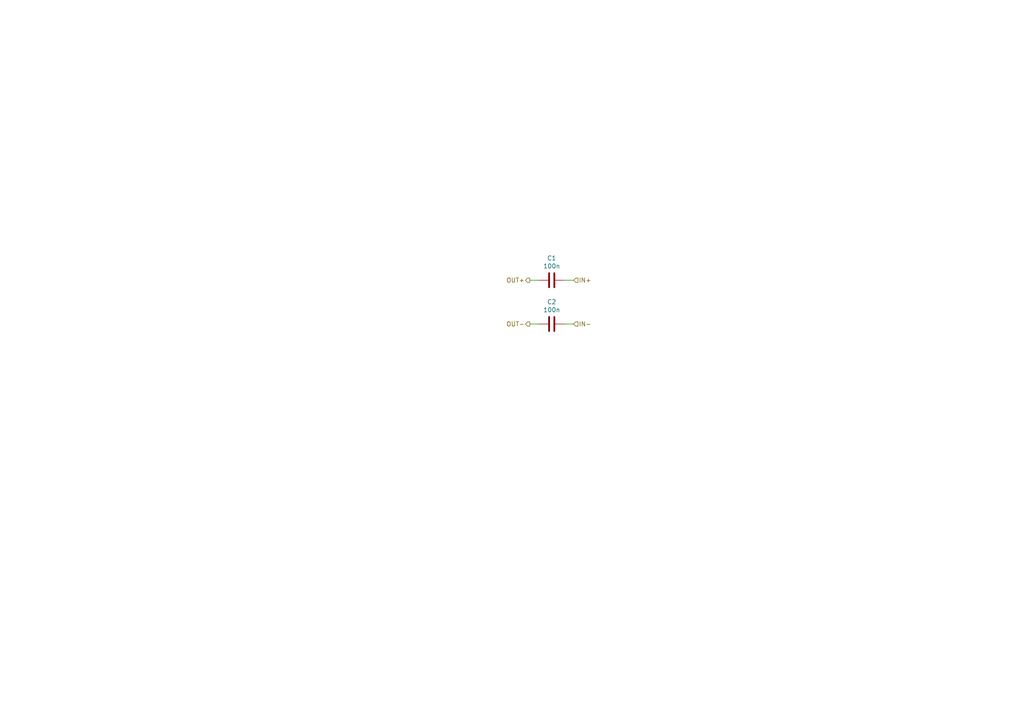
<source format=kicad_sch>
(kicad_sch (version 20250114) (generator "eeschema") (generator_version "9.0")
  (paper "A4")
  (title_block (title "PCIexpress_x4_low") (company "Author: Luca Anastasio"))
  (lib_symbols
    (symbol "Device:C" (pin_numbers (hide yes)) (pin_names (offset 0.254))
      (property "Reference" "C" (at 0.635 2.54 0))
      (property "Value" "C" (at 0.635 -2.54 0))
      (symbol "C_0_1"
        (polyline (pts (xy -2.032 0.762) (xy 2.032 0.762)) (stroke (width 0.508)))
        (polyline (pts (xy -2.032 -0.762) (xy 2.032 -0.762)) (stroke (width 0.508)))
      )
      (symbol "C_1_1"
        (pin passive line (at 0 3.81 270) (length 2.794) (name "~") (number "1"))
        (pin passive line (at 0 -3.81 90) (length 2.794) (name "~") (number "2"))
      )
    )
  )
  (wire (pts (xy 156.21 93.98) (xy 153.67 93.98)))
  (wire (pts (xy 156.21 81.28) (xy 153.67 81.28)))
  (wire (pts (xy 163.83 93.98) (xy 166.37 93.98)))
  (wire (pts (xy 163.83 81.28) (xy 166.37 81.28)))
  (hierarchical_label "IN-" (shape input) (at 166.37 93.98 0))
  (hierarchical_label "OUT-" (shape output) (at 153.67 93.98 180))
  (hierarchical_label "IN+" (shape input) (at 166.37 81.28 0))
  (hierarchical_label "OUT+" (shape output) (at 153.67 81.28 180))
  (symbol (lib_id "Device:C") (at 160.02 81.28 270) (unit 1)
    (property "Reference" "C1" (at 160.02 74.8792 90))
    (property "Value" "100n" (at 160.02 77.1906 90))
    (property "Footprint" "Capacitor_SMD:C_0603_1608Metric" (effects (hide yes)))
    (instances (project "" (path "" (reference "C1") (unit 1)) (path "" (reference "C3") (unit 1)) (path "" (reference "C5") (unit 1)) (path "" (reference "C7") (unit 1))))
  )
  (symbol (lib_id "Device:C") (at 160.02 93.98 90) (mirror x) (unit 1)
    (property "Reference" "C2" (at 160.02 87.5792 90))
    (property "Value" "100n" (at 160.02 89.8906 90))
    (property "Footprint" "Capacitor_SMD:C_0603_1608Metric" (effects (hide yes)))
    (instances (project "" (path "" (reference "C2") (unit 1)) (path "" (reference "C4") (unit 1)) (path "" (reference "C6") (unit 1)) (path "" (reference "C8") (unit 1))))
  )
)
</source>
